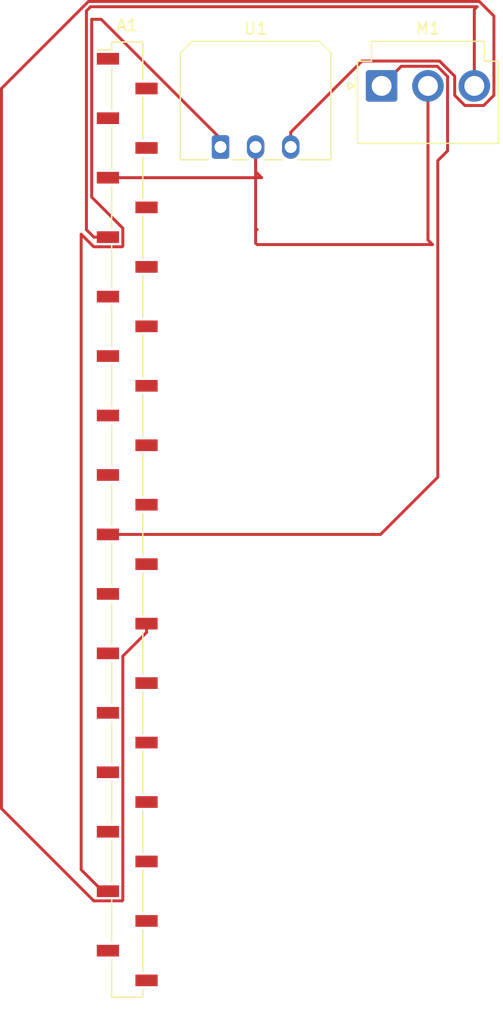
<source format=kicad_pcb>
(kicad_pcb (version 20171130) (host pcbnew "(5.1.4)-1")

  (general
    (thickness 1.6)
    (drawings 0)
    (tracks 56)
    (zones 0)
    (modules 3)
    (nets 33)
  )

  (page A4)
  (layers
    (0 F.Cu signal)
    (31 B.Cu signal)
    (32 B.Adhes user)
    (33 F.Adhes user)
    (34 B.Paste user)
    (35 F.Paste user)
    (36 B.SilkS user)
    (37 F.SilkS user)
    (38 B.Mask user)
    (39 F.Mask user)
    (40 Dwgs.User user)
    (41 Cmts.User user)
    (42 Eco1.User user)
    (43 Eco2.User user)
    (44 Edge.Cuts user)
    (45 Margin user)
    (46 B.CrtYd user)
    (47 F.CrtYd user)
    (48 B.Fab user)
    (49 F.Fab user)
  )

  (setup
    (last_trace_width 0.25)
    (trace_clearance 0.2)
    (zone_clearance 0.508)
    (zone_45_only no)
    (trace_min 0.2)
    (via_size 0.8)
    (via_drill 0.4)
    (via_min_size 0.4)
    (via_min_drill 0.3)
    (uvia_size 0.3)
    (uvia_drill 0.1)
    (uvias_allowed no)
    (uvia_min_size 0.2)
    (uvia_min_drill 0.1)
    (edge_width 0.05)
    (segment_width 0.2)
    (pcb_text_width 0.3)
    (pcb_text_size 1.5 1.5)
    (mod_edge_width 0.12)
    (mod_text_size 1 1)
    (mod_text_width 0.15)
    (pad_size 1.524 1.524)
    (pad_drill 0.762)
    (pad_to_mask_clearance 0.051)
    (solder_mask_min_width 0.25)
    (aux_axis_origin 0 0)
    (visible_elements FFFFFF7F)
    (pcbplotparams
      (layerselection 0x010fc_ffffffff)
      (usegerberextensions false)
      (usegerberattributes false)
      (usegerberadvancedattributes false)
      (creategerberjobfile false)
      (excludeedgelayer true)
      (linewidth 0.100000)
      (plotframeref false)
      (viasonmask false)
      (mode 1)
      (useauxorigin false)
      (hpglpennumber 1)
      (hpglpenspeed 20)
      (hpglpendiameter 15.000000)
      (psnegative false)
      (psa4output false)
      (plotreference true)
      (plotvalue true)
      (plotinvisibletext false)
      (padsonsilk false)
      (subtractmaskfromsilk false)
      (outputformat 1)
      (mirror false)
      (drillshape 1)
      (scaleselection 1)
      (outputdirectory ""))
  )

  (net 0 "")
  (net 1 "Net-(A1-Pad1)")
  (net 2 "Net-(A1-Pad3)")
  (net 3 "Net-(A1-Pad5)")
  (net 4 "Net-(A1-Pad7)")
  (net 5 "Net-(A1-Pad9)")
  (net 6 "Net-(A1-Pad11)")
  (net 7 "Net-(A1-Pad13)")
  (net 8 "Net-(A1-Pad15)")
  (net 9 "Net-(A1-Pad17)")
  (net 10 "Net-(A1-Pad19)")
  (net 11 "Net-(A1-Pad21)")
  (net 12 "Net-(A1-Pad23)")
  (net 13 "Net-(A1-Pad25)")
  (net 14 "Net-(A1-Pad27)")
  (net 15 "Net-(A1-Pad29)")
  (net 16 "Net-(A1-Pad31)")
  (net 17 "Net-(A1-Pad2)")
  (net 18 "Net-(A1-Pad4)")
  (net 19 "Net-(A1-Pad6)")
  (net 20 "Net-(A1-Pad8)")
  (net 21 "Net-(A1-Pad10)")
  (net 22 "Net-(A1-Pad12)")
  (net 23 "Net-(A1-Pad14)")
  (net 24 "Net-(A1-Pad16)")
  (net 25 "Net-(A1-Pad18)")
  (net 26 "Net-(A1-Pad20)")
  (net 27 "Net-(A1-Pad22)")
  (net 28 "Net-(A1-Pad24)")
  (net 29 "Net-(A1-Pad26)")
  (net 30 "Net-(A1-Pad28)")
  (net 31 "Net-(A1-Pad30)")
  (net 32 "Net-(A1-Pad32)")

  (net_class Default "This is the default net class."
    (clearance 0.2)
    (trace_width 0.25)
    (via_dia 0.8)
    (via_drill 0.4)
    (uvia_dia 0.3)
    (uvia_drill 0.1)
    (add_net "Net-(A1-Pad1)")
    (add_net "Net-(A1-Pad10)")
    (add_net "Net-(A1-Pad11)")
    (add_net "Net-(A1-Pad12)")
    (add_net "Net-(A1-Pad13)")
    (add_net "Net-(A1-Pad14)")
    (add_net "Net-(A1-Pad15)")
    (add_net "Net-(A1-Pad16)")
    (add_net "Net-(A1-Pad17)")
    (add_net "Net-(A1-Pad18)")
    (add_net "Net-(A1-Pad19)")
    (add_net "Net-(A1-Pad2)")
    (add_net "Net-(A1-Pad20)")
    (add_net "Net-(A1-Pad21)")
    (add_net "Net-(A1-Pad22)")
    (add_net "Net-(A1-Pad23)")
    (add_net "Net-(A1-Pad24)")
    (add_net "Net-(A1-Pad25)")
    (add_net "Net-(A1-Pad26)")
    (add_net "Net-(A1-Pad27)")
    (add_net "Net-(A1-Pad28)")
    (add_net "Net-(A1-Pad29)")
    (add_net "Net-(A1-Pad3)")
    (add_net "Net-(A1-Pad30)")
    (add_net "Net-(A1-Pad31)")
    (add_net "Net-(A1-Pad32)")
    (add_net "Net-(A1-Pad4)")
    (add_net "Net-(A1-Pad5)")
    (add_net "Net-(A1-Pad6)")
    (add_net "Net-(A1-Pad7)")
    (add_net "Net-(A1-Pad8)")
    (add_net "Net-(A1-Pad9)")
  )

  (module Connector_PinSocket_2.54mm:PinSocket_1x32_P2.54mm_Vertical_SMD_Pin1Left (layer F.Cu) (tedit 5A19A41E) (tstamp 5DC21627)
    (at 348.565001 640.715001)
    (descr "surface-mounted straight socket strip, 1x32, 2.54mm pitch, single row, style 1 (pin 1 left) (https://cdn.harwin.com/pdfs/M20-786.pdf), script generated")
    (tags "Surface mounted socket strip SMD 1x32 2.54mm single row style1 pin1 left")
    (path /5DC0880C)
    (attr smd)
    (fp_text reference A1 (at 0 -42.24) (layer F.SilkS)
      (effects (font (size 1 1) (thickness 0.15)))
    )
    (fp_text value Arduino_Leonardo (at 0 42.24) (layer F.Fab)
      (effects (font (size 1 1) (thickness 0.15)))
    )
    (fp_line (start -1.33 -40.8) (end 1.33 -40.8) (layer F.SilkS) (width 0.12))
    (fp_line (start 1.33 -40.8) (end 1.33 -37.59) (layer F.SilkS) (width 0.12))
    (fp_line (start 1.33 -36.07) (end 1.33 -32.51) (layer F.SilkS) (width 0.12))
    (fp_line (start 1.33 -30.99) (end 1.33 -27.43) (layer F.SilkS) (width 0.12))
    (fp_line (start 1.33 -25.91) (end 1.33 -22.35) (layer F.SilkS) (width 0.12))
    (fp_line (start 1.33 -20.83) (end 1.33 -17.27) (layer F.SilkS) (width 0.12))
    (fp_line (start 1.33 -15.75) (end 1.33 -12.19) (layer F.SilkS) (width 0.12))
    (fp_line (start 1.33 -10.67) (end 1.33 -7.11) (layer F.SilkS) (width 0.12))
    (fp_line (start 1.33 -5.59) (end 1.33 -2.03) (layer F.SilkS) (width 0.12))
    (fp_line (start 1.33 -0.51) (end 1.33 3.05) (layer F.SilkS) (width 0.12))
    (fp_line (start 1.33 4.57) (end 1.33 8.13) (layer F.SilkS) (width 0.12))
    (fp_line (start 1.33 9.65) (end 1.33 13.21) (layer F.SilkS) (width 0.12))
    (fp_line (start 1.33 14.73) (end 1.33 18.29) (layer F.SilkS) (width 0.12))
    (fp_line (start 1.33 19.81) (end 1.33 23.37) (layer F.SilkS) (width 0.12))
    (fp_line (start 1.33 24.89) (end 1.33 28.45) (layer F.SilkS) (width 0.12))
    (fp_line (start 1.33 29.97) (end 1.33 33.53) (layer F.SilkS) (width 0.12))
    (fp_line (start 1.33 35.05) (end 1.33 38.61) (layer F.SilkS) (width 0.12))
    (fp_line (start 1.33 40.13) (end 1.33 40.8) (layer F.SilkS) (width 0.12))
    (fp_line (start -1.33 40.8) (end 1.33 40.8) (layer F.SilkS) (width 0.12))
    (fp_line (start -1.33 -40.8) (end -1.33 -40.13) (layer F.SilkS) (width 0.12))
    (fp_line (start -1.33 -38.61) (end -1.33 -35.05) (layer F.SilkS) (width 0.12))
    (fp_line (start -1.33 -33.53) (end -1.33 -29.97) (layer F.SilkS) (width 0.12))
    (fp_line (start -1.33 -28.45) (end -1.33 -24.89) (layer F.SilkS) (width 0.12))
    (fp_line (start -1.33 -23.37) (end -1.33 -19.81) (layer F.SilkS) (width 0.12))
    (fp_line (start -1.33 -18.29) (end -1.33 -14.73) (layer F.SilkS) (width 0.12))
    (fp_line (start -1.33 -13.21) (end -1.33 -9.65) (layer F.SilkS) (width 0.12))
    (fp_line (start -1.33 -8.13) (end -1.33 -4.57) (layer F.SilkS) (width 0.12))
    (fp_line (start -1.33 -3.05) (end -1.33 0.51) (layer F.SilkS) (width 0.12))
    (fp_line (start -1.33 2.03) (end -1.33 5.59) (layer F.SilkS) (width 0.12))
    (fp_line (start -1.33 7.11) (end -1.33 10.67) (layer F.SilkS) (width 0.12))
    (fp_line (start -1.33 12.19) (end -1.33 15.75) (layer F.SilkS) (width 0.12))
    (fp_line (start -1.33 17.27) (end -1.33 20.83) (layer F.SilkS) (width 0.12))
    (fp_line (start -1.33 22.35) (end -1.33 25.91) (layer F.SilkS) (width 0.12))
    (fp_line (start -1.33 27.43) (end -1.33 30.99) (layer F.SilkS) (width 0.12))
    (fp_line (start -1.33 32.51) (end -1.33 36.07) (layer F.SilkS) (width 0.12))
    (fp_line (start -1.33 37.59) (end -1.33 40.8) (layer F.SilkS) (width 0.12))
    (fp_line (start -2.54 -40.13) (end -1.33 -40.13) (layer F.SilkS) (width 0.12))
    (fp_line (start -0.635 -40.74) (end 1.27 -40.74) (layer F.Fab) (width 0.1))
    (fp_line (start 1.27 -40.74) (end 1.27 40.74) (layer F.Fab) (width 0.1))
    (fp_line (start 1.27 40.74) (end -1.27 40.74) (layer F.Fab) (width 0.1))
    (fp_line (start -1.27 40.74) (end -1.27 -40.105) (layer F.Fab) (width 0.1))
    (fp_line (start -1.27 -40.105) (end -0.635 -40.74) (layer F.Fab) (width 0.1))
    (fp_line (start -2.27 -39.67) (end -1.27 -39.67) (layer F.Fab) (width 0.1))
    (fp_line (start -1.27 -39.07) (end -2.27 -39.07) (layer F.Fab) (width 0.1))
    (fp_line (start -2.27 -39.07) (end -2.27 -39.67) (layer F.Fab) (width 0.1))
    (fp_line (start 1.27 -37.13) (end 2.27 -37.13) (layer F.Fab) (width 0.1))
    (fp_line (start 2.27 -37.13) (end 2.27 -36.53) (layer F.Fab) (width 0.1))
    (fp_line (start 2.27 -36.53) (end 1.27 -36.53) (layer F.Fab) (width 0.1))
    (fp_line (start -2.27 -34.59) (end -1.27 -34.59) (layer F.Fab) (width 0.1))
    (fp_line (start -1.27 -33.99) (end -2.27 -33.99) (layer F.Fab) (width 0.1))
    (fp_line (start -2.27 -33.99) (end -2.27 -34.59) (layer F.Fab) (width 0.1))
    (fp_line (start 1.27 -32.05) (end 2.27 -32.05) (layer F.Fab) (width 0.1))
    (fp_line (start 2.27 -32.05) (end 2.27 -31.45) (layer F.Fab) (width 0.1))
    (fp_line (start 2.27 -31.45) (end 1.27 -31.45) (layer F.Fab) (width 0.1))
    (fp_line (start -2.27 -29.51) (end -1.27 -29.51) (layer F.Fab) (width 0.1))
    (fp_line (start -1.27 -28.91) (end -2.27 -28.91) (layer F.Fab) (width 0.1))
    (fp_line (start -2.27 -28.91) (end -2.27 -29.51) (layer F.Fab) (width 0.1))
    (fp_line (start 1.27 -26.97) (end 2.27 -26.97) (layer F.Fab) (width 0.1))
    (fp_line (start 2.27 -26.97) (end 2.27 -26.37) (layer F.Fab) (width 0.1))
    (fp_line (start 2.27 -26.37) (end 1.27 -26.37) (layer F.Fab) (width 0.1))
    (fp_line (start -2.27 -24.43) (end -1.27 -24.43) (layer F.Fab) (width 0.1))
    (fp_line (start -1.27 -23.83) (end -2.27 -23.83) (layer F.Fab) (width 0.1))
    (fp_line (start -2.27 -23.83) (end -2.27 -24.43) (layer F.Fab) (width 0.1))
    (fp_line (start 1.27 -21.89) (end 2.27 -21.89) (layer F.Fab) (width 0.1))
    (fp_line (start 2.27 -21.89) (end 2.27 -21.29) (layer F.Fab) (width 0.1))
    (fp_line (start 2.27 -21.29) (end 1.27 -21.29) (layer F.Fab) (width 0.1))
    (fp_line (start -2.27 -19.35) (end -1.27 -19.35) (layer F.Fab) (width 0.1))
    (fp_line (start -1.27 -18.75) (end -2.27 -18.75) (layer F.Fab) (width 0.1))
    (fp_line (start -2.27 -18.75) (end -2.27 -19.35) (layer F.Fab) (width 0.1))
    (fp_line (start 1.27 -16.81) (end 2.27 -16.81) (layer F.Fab) (width 0.1))
    (fp_line (start 2.27 -16.81) (end 2.27 -16.21) (layer F.Fab) (width 0.1))
    (fp_line (start 2.27 -16.21) (end 1.27 -16.21) (layer F.Fab) (width 0.1))
    (fp_line (start -2.27 -14.27) (end -1.27 -14.27) (layer F.Fab) (width 0.1))
    (fp_line (start -1.27 -13.67) (end -2.27 -13.67) (layer F.Fab) (width 0.1))
    (fp_line (start -2.27 -13.67) (end -2.27 -14.27) (layer F.Fab) (width 0.1))
    (fp_line (start 1.27 -11.73) (end 2.27 -11.73) (layer F.Fab) (width 0.1))
    (fp_line (start 2.27 -11.73) (end 2.27 -11.13) (layer F.Fab) (width 0.1))
    (fp_line (start 2.27 -11.13) (end 1.27 -11.13) (layer F.Fab) (width 0.1))
    (fp_line (start -2.27 -9.19) (end -1.27 -9.19) (layer F.Fab) (width 0.1))
    (fp_line (start -1.27 -8.59) (end -2.27 -8.59) (layer F.Fab) (width 0.1))
    (fp_line (start -2.27 -8.59) (end -2.27 -9.19) (layer F.Fab) (width 0.1))
    (fp_line (start 1.27 -6.65) (end 2.27 -6.65) (layer F.Fab) (width 0.1))
    (fp_line (start 2.27 -6.65) (end 2.27 -6.05) (layer F.Fab) (width 0.1))
    (fp_line (start 2.27 -6.05) (end 1.27 -6.05) (layer F.Fab) (width 0.1))
    (fp_line (start -2.27 -4.11) (end -1.27 -4.11) (layer F.Fab) (width 0.1))
    (fp_line (start -1.27 -3.51) (end -2.27 -3.51) (layer F.Fab) (width 0.1))
    (fp_line (start -2.27 -3.51) (end -2.27 -4.11) (layer F.Fab) (width 0.1))
    (fp_line (start 1.27 -1.57) (end 2.27 -1.57) (layer F.Fab) (width 0.1))
    (fp_line (start 2.27 -1.57) (end 2.27 -0.97) (layer F.Fab) (width 0.1))
    (fp_line (start 2.27 -0.97) (end 1.27 -0.97) (layer F.Fab) (width 0.1))
    (fp_line (start -2.27 0.97) (end -1.27 0.97) (layer F.Fab) (width 0.1))
    (fp_line (start -1.27 1.57) (end -2.27 1.57) (layer F.Fab) (width 0.1))
    (fp_line (start -2.27 1.57) (end -2.27 0.97) (layer F.Fab) (width 0.1))
    (fp_line (start 1.27 3.51) (end 2.27 3.51) (layer F.Fab) (width 0.1))
    (fp_line (start 2.27 3.51) (end 2.27 4.11) (layer F.Fab) (width 0.1))
    (fp_line (start 2.27 4.11) (end 1.27 4.11) (layer F.Fab) (width 0.1))
    (fp_line (start -2.27 6.05) (end -1.27 6.05) (layer F.Fab) (width 0.1))
    (fp_line (start -1.27 6.65) (end -2.27 6.65) (layer F.Fab) (width 0.1))
    (fp_line (start -2.27 6.65) (end -2.27 6.05) (layer F.Fab) (width 0.1))
    (fp_line (start 1.27 8.59) (end 2.27 8.59) (layer F.Fab) (width 0.1))
    (fp_line (start 2.27 8.59) (end 2.27 9.19) (layer F.Fab) (width 0.1))
    (fp_line (start 2.27 9.19) (end 1.27 9.19) (layer F.Fab) (width 0.1))
    (fp_line (start -2.27 11.13) (end -1.27 11.13) (layer F.Fab) (width 0.1))
    (fp_line (start -1.27 11.73) (end -2.27 11.73) (layer F.Fab) (width 0.1))
    (fp_line (start -2.27 11.73) (end -2.27 11.13) (layer F.Fab) (width 0.1))
    (fp_line (start 1.27 13.67) (end 2.27 13.67) (layer F.Fab) (width 0.1))
    (fp_line (start 2.27 13.67) (end 2.27 14.27) (layer F.Fab) (width 0.1))
    (fp_line (start 2.27 14.27) (end 1.27 14.27) (layer F.Fab) (width 0.1))
    (fp_line (start -2.27 16.21) (end -1.27 16.21) (layer F.Fab) (width 0.1))
    (fp_line (start -1.27 16.81) (end -2.27 16.81) (layer F.Fab) (width 0.1))
    (fp_line (start -2.27 16.81) (end -2.27 16.21) (layer F.Fab) (width 0.1))
    (fp_line (start 1.27 18.75) (end 2.27 18.75) (layer F.Fab) (width 0.1))
    (fp_line (start 2.27 18.75) (end 2.27 19.35) (layer F.Fab) (width 0.1))
    (fp_line (start 2.27 19.35) (end 1.27 19.35) (layer F.Fab) (width 0.1))
    (fp_line (start -2.27 21.29) (end -1.27 21.29) (layer F.Fab) (width 0.1))
    (fp_line (start -1.27 21.89) (end -2.27 21.89) (layer F.Fab) (width 0.1))
    (fp_line (start -2.27 21.89) (end -2.27 21.29) (layer F.Fab) (width 0.1))
    (fp_line (start 1.27 23.83) (end 2.27 23.83) (layer F.Fab) (width 0.1))
    (fp_line (start 2.27 23.83) (end 2.27 24.43) (layer F.Fab) (width 0.1))
    (fp_line (start 2.27 24.43) (end 1.27 24.43) (layer F.Fab) (width 0.1))
    (fp_line (start -2.27 26.37) (end -1.27 26.37) (layer F.Fab) (width 0.1))
    (fp_line (start -1.27 26.97) (end -2.27 26.97) (layer F.Fab) (width 0.1))
    (fp_line (start -2.27 26.97) (end -2.27 26.37) (layer F.Fab) (width 0.1))
    (fp_line (start 1.27 28.91) (end 2.27 28.91) (layer F.Fab) (width 0.1))
    (fp_line (start 2.27 28.91) (end 2.27 29.51) (layer F.Fab) (width 0.1))
    (fp_line (start 2.27 29.51) (end 1.27 29.51) (layer F.Fab) (width 0.1))
    (fp_line (start -2.27 31.45) (end -1.27 31.45) (layer F.Fab) (width 0.1))
    (fp_line (start -1.27 32.05) (end -2.27 32.05) (layer F.Fab) (width 0.1))
    (fp_line (start -2.27 32.05) (end -2.27 31.45) (layer F.Fab) (width 0.1))
    (fp_line (start 1.27 33.99) (end 2.27 33.99) (layer F.Fab) (width 0.1))
    (fp_line (start 2.27 33.99) (end 2.27 34.59) (layer F.Fab) (width 0.1))
    (fp_line (start 2.27 34.59) (end 1.27 34.59) (layer F.Fab) (width 0.1))
    (fp_line (start -2.27 36.53) (end -1.27 36.53) (layer F.Fab) (width 0.1))
    (fp_line (start -1.27 37.13) (end -2.27 37.13) (layer F.Fab) (width 0.1))
    (fp_line (start -2.27 37.13) (end -2.27 36.53) (layer F.Fab) (width 0.1))
    (fp_line (start 1.27 39.07) (end 2.27 39.07) (layer F.Fab) (width 0.1))
    (fp_line (start 2.27 39.07) (end 2.27 39.67) (layer F.Fab) (width 0.1))
    (fp_line (start 2.27 39.67) (end 1.27 39.67) (layer F.Fab) (width 0.1))
    (fp_line (start -3.1 -41.25) (end 3.1 -41.25) (layer F.CrtYd) (width 0.05))
    (fp_line (start 3.1 -41.25) (end 3.1 41.25) (layer F.CrtYd) (width 0.05))
    (fp_line (start 3.1 41.25) (end -3.1 41.25) (layer F.CrtYd) (width 0.05))
    (fp_line (start -3.1 41.25) (end -3.1 -41.25) (layer F.CrtYd) (width 0.05))
    (fp_text user %R (at 0 0 90) (layer F.Fab)
      (effects (font (size 1 1) (thickness 0.15)))
    )
    (pad 1 smd rect (at -1.65 -39.37) (size 1.9 1) (layers F.Cu F.Paste F.Mask)
      (net 1 "Net-(A1-Pad1)"))
    (pad 3 smd rect (at -1.65 -34.29) (size 1.9 1) (layers F.Cu F.Paste F.Mask)
      (net 2 "Net-(A1-Pad3)"))
    (pad 5 smd rect (at -1.65 -29.21) (size 1.9 1) (layers F.Cu F.Paste F.Mask)
      (net 3 "Net-(A1-Pad5)"))
    (pad 7 smd rect (at -1.65 -24.13) (size 1.9 1) (layers F.Cu F.Paste F.Mask)
      (net 4 "Net-(A1-Pad7)"))
    (pad 9 smd rect (at -1.65 -19.05) (size 1.9 1) (layers F.Cu F.Paste F.Mask)
      (net 5 "Net-(A1-Pad9)"))
    (pad 11 smd rect (at -1.65 -13.97) (size 1.9 1) (layers F.Cu F.Paste F.Mask)
      (net 6 "Net-(A1-Pad11)"))
    (pad 13 smd rect (at -1.65 -8.89) (size 1.9 1) (layers F.Cu F.Paste F.Mask)
      (net 7 "Net-(A1-Pad13)"))
    (pad 15 smd rect (at -1.65 -3.81) (size 1.9 1) (layers F.Cu F.Paste F.Mask)
      (net 8 "Net-(A1-Pad15)"))
    (pad 17 smd rect (at -1.65 1.27) (size 1.9 1) (layers F.Cu F.Paste F.Mask)
      (net 9 "Net-(A1-Pad17)"))
    (pad 19 smd rect (at -1.65 6.35) (size 1.9 1) (layers F.Cu F.Paste F.Mask)
      (net 10 "Net-(A1-Pad19)"))
    (pad 21 smd rect (at -1.65 11.43) (size 1.9 1) (layers F.Cu F.Paste F.Mask)
      (net 11 "Net-(A1-Pad21)"))
    (pad 23 smd rect (at -1.65 16.51) (size 1.9 1) (layers F.Cu F.Paste F.Mask)
      (net 12 "Net-(A1-Pad23)"))
    (pad 25 smd rect (at -1.65 21.59) (size 1.9 1) (layers F.Cu F.Paste F.Mask)
      (net 13 "Net-(A1-Pad25)"))
    (pad 27 smd rect (at -1.65 26.67) (size 1.9 1) (layers F.Cu F.Paste F.Mask)
      (net 14 "Net-(A1-Pad27)"))
    (pad 29 smd rect (at -1.65 31.75) (size 1.9 1) (layers F.Cu F.Paste F.Mask)
      (net 15 "Net-(A1-Pad29)"))
    (pad 31 smd rect (at -1.65 36.83) (size 1.9 1) (layers F.Cu F.Paste F.Mask)
      (net 16 "Net-(A1-Pad31)"))
    (pad 2 smd rect (at 1.65 -36.83) (size 1.9 1) (layers F.Cu F.Paste F.Mask)
      (net 17 "Net-(A1-Pad2)"))
    (pad 4 smd rect (at 1.65 -31.75) (size 1.9 1) (layers F.Cu F.Paste F.Mask)
      (net 18 "Net-(A1-Pad4)"))
    (pad 6 smd rect (at 1.65 -26.67) (size 1.9 1) (layers F.Cu F.Paste F.Mask)
      (net 19 "Net-(A1-Pad6)"))
    (pad 8 smd rect (at 1.65 -21.59) (size 1.9 1) (layers F.Cu F.Paste F.Mask)
      (net 20 "Net-(A1-Pad8)"))
    (pad 10 smd rect (at 1.65 -16.51) (size 1.9 1) (layers F.Cu F.Paste F.Mask)
      (net 21 "Net-(A1-Pad10)"))
    (pad 12 smd rect (at 1.65 -11.43) (size 1.9 1) (layers F.Cu F.Paste F.Mask)
      (net 22 "Net-(A1-Pad12)"))
    (pad 14 smd rect (at 1.65 -6.35) (size 1.9 1) (layers F.Cu F.Paste F.Mask)
      (net 23 "Net-(A1-Pad14)"))
    (pad 16 smd rect (at 1.65 -1.27) (size 1.9 1) (layers F.Cu F.Paste F.Mask)
      (net 24 "Net-(A1-Pad16)"))
    (pad 18 smd rect (at 1.65 3.81) (size 1.9 1) (layers F.Cu F.Paste F.Mask)
      (net 25 "Net-(A1-Pad18)"))
    (pad 20 smd rect (at 1.65 8.89) (size 1.9 1) (layers F.Cu F.Paste F.Mask)
      (net 26 "Net-(A1-Pad20)"))
    (pad 22 smd rect (at 1.65 13.97) (size 1.9 1) (layers F.Cu F.Paste F.Mask)
      (net 27 "Net-(A1-Pad22)"))
    (pad 24 smd rect (at 1.65 19.05) (size 1.9 1) (layers F.Cu F.Paste F.Mask)
      (net 28 "Net-(A1-Pad24)"))
    (pad 26 smd rect (at 1.65 24.13) (size 1.9 1) (layers F.Cu F.Paste F.Mask)
      (net 29 "Net-(A1-Pad26)"))
    (pad 28 smd rect (at 1.65 29.21) (size 1.9 1) (layers F.Cu F.Paste F.Mask)
      (net 30 "Net-(A1-Pad28)"))
    (pad 30 smd rect (at 1.65 34.29) (size 1.9 1) (layers F.Cu F.Paste F.Mask)
      (net 31 "Net-(A1-Pad30)"))
    (pad 32 smd rect (at 1.65 39.37) (size 1.9 1) (layers F.Cu F.Paste F.Mask)
      (net 32 "Net-(A1-Pad32)"))
    (model ${KISYS3DMOD}/Connector_PinSocket_2.54mm.3dshapes/PinSocket_1x32_P2.54mm_Vertical_SMD_Pin1Left.wrl
      (at (xyz 0 0 0))
      (scale (xyz 1 1 1))
      (rotate (xyz 0 0 0))
    )
  )

  (module Connector_JST:JST_VH_B3P-VH-B_1x03_P3.96mm_Vertical (layer F.Cu) (tedit 5B774DBC) (tstamp 5DC21647)
    (at 370.300001 603.665001)
    (descr "JST VH PBT series connector, B3P-VH-B (http://www.jst-mfg.com/product/pdf/eng/eVH.pdf), generated with kicad-footprint-generator")
    (tags "connector JST VH side entry")
    (path /5DC0CA6D)
    (fp_text reference M1 (at 3.96 -4.9) (layer F.SilkS)
      (effects (font (size 1 1) (thickness 0.15)))
    )
    (fp_text value Motor_Servo (at 3.96 6) (layer F.Fab)
      (effects (font (size 1 1) (thickness 0.15)))
    )
    (fp_line (start -1.95 -2) (end -1.95 4.8) (layer F.Fab) (width 0.1))
    (fp_line (start -1.95 4.8) (end 9.87 4.8) (layer F.Fab) (width 0.1))
    (fp_line (start 9.87 4.8) (end 9.87 -2) (layer F.Fab) (width 0.1))
    (fp_line (start 9.87 -2) (end -1.95 -2) (layer F.Fab) (width 0.1))
    (fp_line (start -0.75 -2) (end -0.75 -3.7) (layer F.Fab) (width 0.1))
    (fp_line (start -0.75 -3.7) (end 8.67 -3.7) (layer F.Fab) (width 0.1))
    (fp_line (start 8.67 -3.7) (end 8.67 -2) (layer F.Fab) (width 0.1))
    (fp_line (start -1.95 -1) (end -0.95 0) (layer F.Fab) (width 0.1))
    (fp_line (start -1.95 1) (end -0.95 0) (layer F.Fab) (width 0.1))
    (fp_line (start -2.45 -4.2) (end -2.45 5.3) (layer F.CrtYd) (width 0.05))
    (fp_line (start -2.45 5.3) (end 10.37 5.3) (layer F.CrtYd) (width 0.05))
    (fp_line (start 10.37 5.3) (end 10.37 -4.2) (layer F.CrtYd) (width 0.05))
    (fp_line (start 10.37 -4.2) (end -2.45 -4.2) (layer F.CrtYd) (width 0.05))
    (fp_line (start -2.06 4.91) (end -2.06 -2.11) (layer F.SilkS) (width 0.12))
    (fp_line (start -2.06 -2.11) (end -0.86 -2.11) (layer F.SilkS) (width 0.12))
    (fp_line (start -0.86 -2.11) (end -0.86 -3.81) (layer F.SilkS) (width 0.12))
    (fp_line (start -0.86 -3.81) (end 8.78 -3.81) (layer F.SilkS) (width 0.12))
    (fp_line (start 8.78 -3.81) (end 8.78 -2.11) (layer F.SilkS) (width 0.12))
    (fp_line (start 8.78 -2.11) (end 9.98 -2.11) (layer F.SilkS) (width 0.12))
    (fp_line (start 9.98 -2.11) (end 9.98 4.91) (layer F.SilkS) (width 0.12))
    (fp_line (start 9.98 4.91) (end -2.06 4.91) (layer F.SilkS) (width 0.12))
    (fp_line (start -2.26 0) (end -2.86 0.3) (layer F.SilkS) (width 0.12))
    (fp_line (start -2.86 0.3) (end -2.86 -0.3) (layer F.SilkS) (width 0.12))
    (fp_line (start -2.86 -0.3) (end -2.26 0) (layer F.SilkS) (width 0.12))
    (fp_text user %R (at 3.96 4.1) (layer F.Fab)
      (effects (font (size 1 1) (thickness 0.15)))
    )
    (pad 1 thru_hole roundrect (at 0 0) (size 2.7 2.7) (drill 1.7) (layers *.Cu *.Mask) (roundrect_rratio 0.09259299999999999)
      (net 9 "Net-(A1-Pad17)"))
    (pad 2 thru_hole circle (at 3.96 0) (size 2.7 2.7) (drill 1.7) (layers *.Cu *.Mask)
      (net 3 "Net-(A1-Pad5)"))
    (pad 3 thru_hole circle (at 7.92 0) (size 2.7 2.7) (drill 1.7) (layers *.Cu *.Mask)
      (net 4 "Net-(A1-Pad7)"))
    (model ${KISYS3DMOD}/Connector_JST.3dshapes/JST_VH_B3P-VH-B_1x03_P3.96mm_Vertical.wrl
      (at (xyz 0 0 0))
      (scale (xyz 1 1 1))
      (rotate (xyz 0 0 0))
    )
  )

  (module Connector_Molex:Molex_Micro-Fit_3.0_43650-0300_1x03_P3.00mm_Horizontal (layer F.Cu) (tedit 5B79A392) (tstamp 5DC21665)
    (at 356.535001 608.885001)
    (descr "Molex Micro-Fit 3.0 Connector System, 43650-0300 (compatible alternatives: 43650-0301, 43650-0302), 3 Pins per row (https://www.molex.com/pdm_docs/sd/436500300_sd.pdf), generated with kicad-footprint-generator")
    (tags "connector Molex Micro-Fit_3.0 top entry")
    (path /5DC24FD6)
    (fp_text reference U1 (at 3 -10.12) (layer F.SilkS)
      (effects (font (size 1 1) (thickness 0.15)))
    )
    (fp_text value TSOP17xx (at 3 3.22) (layer F.Fab)
      (effects (font (size 1 1) (thickness 0.15)))
    )
    (fp_line (start -3.325 0.98) (end -3.325 -7.92) (layer F.Fab) (width 0.1))
    (fp_line (start -3.325 -7.92) (end -2.325 -8.92) (layer F.Fab) (width 0.1))
    (fp_line (start -2.325 -8.92) (end 8.325 -8.92) (layer F.Fab) (width 0.1))
    (fp_line (start 8.325 -8.92) (end 9.325 -7.92) (layer F.Fab) (width 0.1))
    (fp_line (start 9.325 -7.92) (end 9.325 0.98) (layer F.Fab) (width 0.1))
    (fp_line (start 9.325 0.98) (end -3.325 0.98) (layer F.Fab) (width 0.1))
    (fp_line (start -0.75 0.98) (end 0 0) (layer F.Fab) (width 0.1))
    (fp_line (start 0 0) (end 0.75 0.98) (layer F.Fab) (width 0.1))
    (fp_line (start -3.435 1.09) (end -3.435 -8.03) (layer F.SilkS) (width 0.12))
    (fp_line (start -3.435 -8.03) (end -2.435 -9.03) (layer F.SilkS) (width 0.12))
    (fp_line (start -2.435 -9.03) (end 8.435 -9.03) (layer F.SilkS) (width 0.12))
    (fp_line (start 8.435 -9.03) (end 9.435 -8.03) (layer F.SilkS) (width 0.12))
    (fp_line (start 9.435 -8.03) (end 9.435 1.09) (layer F.SilkS) (width 0.12))
    (fp_line (start -3.435 1.09) (end -1.01 1.09) (layer F.SilkS) (width 0.12))
    (fp_line (start 9.435 1.09) (end 6.651767 1.09) (layer F.SilkS) (width 0.12))
    (fp_line (start 1.01 1.09) (end 2.348233 1.09) (layer F.SilkS) (width 0.12))
    (fp_line (start 3.651767 1.09) (end 5.348233 1.09) (layer F.SilkS) (width 0.12))
    (fp_line (start -3.82 1.48) (end -3.82 -9.42) (layer F.CrtYd) (width 0.05))
    (fp_line (start -3.82 -9.42) (end 9.82 -9.42) (layer F.CrtYd) (width 0.05))
    (fp_line (start 9.82 -9.42) (end 9.82 1.48) (layer F.CrtYd) (width 0.05))
    (fp_line (start 9.82 1.48) (end -3.82 1.48) (layer F.CrtYd) (width 0.05))
    (fp_text user %R (at 3 -8.22) (layer F.Fab)
      (effects (font (size 1 1) (thickness 0.15)))
    )
    (pad "" np_thru_hole circle (at 3 -4.32) (size 3 3) (drill 3) (layers *.Cu *.Mask))
    (pad 1 thru_hole roundrect (at 0 0) (size 1.5 2.02) (drill 1.02) (layers *.Cu *.Mask) (roundrect_rratio 0.166667)
      (net 15 "Net-(A1-Pad29)"))
    (pad 2 thru_hole oval (at 3 0) (size 1.5 2.02) (drill 1.02) (layers *.Cu *.Mask)
      (net 3 "Net-(A1-Pad5)"))
    (pad 3 thru_hole oval (at 6 0) (size 1.5 2.02) (drill 1.02) (layers *.Cu *.Mask)
      (net 26 "Net-(A1-Pad20)"))
    (model ${KISYS3DMOD}/Connector_Molex.3dshapes/Molex_Micro-Fit_3.0_43650-0300_1x03_P3.00mm_Horizontal.wrl
      (at (xyz 0 0 0))
      (scale (xyz 1 1 1))
      (rotate (xyz 0 0 0))
    )
  )

  (segment (start 346.915001 611.505001) (end 360.045001 611.505001) (width 0.25) (layer F.Cu) (net 3))
  (segment (start 359.535001 610.995001) (end 359.535001 608.885001) (width 0.25) (layer F.Cu) (net 3))
  (segment (start 360.045001 611.505001) (end 359.535001 610.995001) (width 0.25) (layer F.Cu) (net 3))
  (segment (start 359.535001 615.824999) (end 359.660002 615.95) (width 0.25) (layer F.Cu) (net 3))
  (segment (start 359.535001 608.885001) (end 359.535001 617.094999) (width 0.25) (layer F.Cu) (net 3))
  (segment (start 359.535001 617.094999) (end 359.660002 617.22) (width 0.25) (layer F.Cu) (net 3))
  (segment (start 359.660002 617.22) (end 374.65 617.22) (width 0.25) (layer F.Cu) (net 3))
  (segment (start 374.260001 616.830001) (end 374.260001 603.665001) (width 0.25) (layer F.Cu) (net 3))
  (segment (start 374.65 617.22) (end 374.260001 616.830001) (width 0.25) (layer F.Cu) (net 3))
  (segment (start 345.715001 616.585001) (end 345.08 615.95) (width 0.25) (layer F.Cu) (net 4))
  (segment (start 346.915001 616.585001) (end 345.715001 616.585001) (width 0.25) (layer F.Cu) (net 4))
  (segment (start 345.08 615.95) (end 345.08 597.26) (width 0.25) (layer F.Cu) (net 4))
  (segment (start 345.08 597.26) (end 345.44 596.9) (width 0.25) (layer F.Cu) (net 4))
  (segment (start 345.44 596.9) (end 378.46 596.9) (width 0.25) (layer F.Cu) (net 4))
  (segment (start 378.220001 597.139999) (end 378.220001 603.665001) (width 0.25) (layer F.Cu) (net 4))
  (segment (start 378.46 596.9) (end 378.220001 597.139999) (width 0.25) (layer F.Cu) (net 4))
  (segment (start 346.915001 641.985001) (end 370.204999 641.985001) (width 0.25) (layer F.Cu) (net 9))
  (segment (start 371.647487 602.317515) (end 370.300001 603.665001) (width 0.25) (layer F.Cu) (net 9))
  (segment (start 371.975002 601.99) (end 371.647487 602.317515) (width 0.25) (layer F.Cu) (net 9))
  (segment (start 375.064002 601.99) (end 371.975002 601.99) (width 0.25) (layer F.Cu) (net 9))
  (segment (start 375.935002 602.861) (end 375.064002 601.99) (width 0.25) (layer F.Cu) (net 9))
  (segment (start 375.935002 609.215016) (end 375.935002 602.861) (width 0.25) (layer F.Cu) (net 9))
  (segment (start 375.100009 610.050009) (end 375.935002 609.215016) (width 0.25) (layer F.Cu) (net 9))
  (segment (start 375.100009 637.089991) (end 375.100009 610.050009) (width 0.25) (layer F.Cu) (net 9))
  (segment (start 370.204999 641.985001) (end 375.100009 637.089991) (width 0.25) (layer F.Cu) (net 9))
  (segment (start 345.53001 597.973618) (end 346.33862 597.973618) (width 0.25) (layer F.Cu) (net 15))
  (segment (start 345.53001 613.165008) (end 345.53001 597.973618) (width 0.25) (layer F.Cu) (net 15))
  (segment (start 348.190002 615.825) (end 345.53001 613.165008) (width 0.25) (layer F.Cu) (net 15))
  (segment (start 348.190002 617.345002) (end 348.190002 615.825) (width 0.25) (layer F.Cu) (net 15))
  (segment (start 348.125002 617.410002) (end 348.190002 617.345002) (width 0.25) (layer F.Cu) (net 15))
  (segment (start 345.705 617.410002) (end 348.125002 617.410002) (width 0.25) (layer F.Cu) (net 15))
  (segment (start 346.33862 597.973618) (end 356.535001 608.169999) (width 0.25) (layer F.Cu) (net 15))
  (segment (start 344.629991 616.334993) (end 345.705 617.410002) (width 0.25) (layer F.Cu) (net 15))
  (segment (start 344.629991 670.629991) (end 344.629991 616.334993) (width 0.25) (layer F.Cu) (net 15))
  (segment (start 356.535001 608.169999) (end 356.535001 608.885001) (width 0.25) (layer F.Cu) (net 15))
  (segment (start 346.465001 672.465001) (end 344.629991 670.629991) (width 0.25) (layer F.Cu) (net 15))
  (segment (start 346.915001 672.465001) (end 346.465001 672.465001) (width 0.25) (layer F.Cu) (net 15))
  (segment (start 345.705 673.290002) (end 337.82 665.405002) (width 0.25) (layer F.Cu) (net 26))
  (segment (start 348.125002 673.290002) (end 345.705 673.290002) (width 0.25) (layer F.Cu) (net 26))
  (segment (start 348.190002 673.225002) (end 348.125002 673.290002) (width 0.25) (layer F.Cu) (net 26))
  (segment (start 348.190002 652.38) (end 348.190002 673.225002) (width 0.25) (layer F.Cu) (net 26))
  (segment (start 350.215001 649.605001) (end 350.215001 650.355001) (width 0.25) (layer F.Cu) (net 26))
  (segment (start 350.215001 650.355001) (end 348.190002 652.38) (width 0.25) (layer F.Cu) (net 26))
  (segment (start 362.535001 607.625001) (end 362.535001 608.885001) (width 0.25) (layer F.Cu) (net 26))
  (segment (start 376.545 602.834588) (end 375.250402 601.53999) (width 0.25) (layer F.Cu) (net 26))
  (segment (start 376.545 604.469002) (end 376.545 602.834588) (width 0.25) (layer F.Cu) (net 26))
  (segment (start 377.416 605.340002) (end 376.545 604.469002) (width 0.25) (layer F.Cu) (net 26))
  (segment (start 368.620012 601.53999) (end 362.535001 607.625001) (width 0.25) (layer F.Cu) (net 26))
  (segment (start 379.024002 605.340002) (end 377.416 605.340002) (width 0.25) (layer F.Cu) (net 26))
  (segment (start 379.895002 604.469002) (end 379.024002 605.340002) (width 0.25) (layer F.Cu) (net 26))
  (segment (start 375.250402 601.53999) (end 368.620012 601.53999) (width 0.25) (layer F.Cu) (net 26))
  (segment (start 379.895002 597.698592) (end 379.895002 604.469002) (width 0.25) (layer F.Cu) (net 26))
  (segment (start 378.646401 596.449991) (end 379.895002 597.698592) (width 0.25) (layer F.Cu) (net 26))
  (segment (start 345.253599 596.449991) (end 378.646401 596.449991) (width 0.25) (layer F.Cu) (net 26))
  (segment (start 337.82 603.88359) (end 345.253599 596.449991) (width 0.25) (layer F.Cu) (net 26))
  (segment (start 337.82 665.405002) (end 337.82 603.88359) (width 0.25) (layer F.Cu) (net 26))

)

</source>
